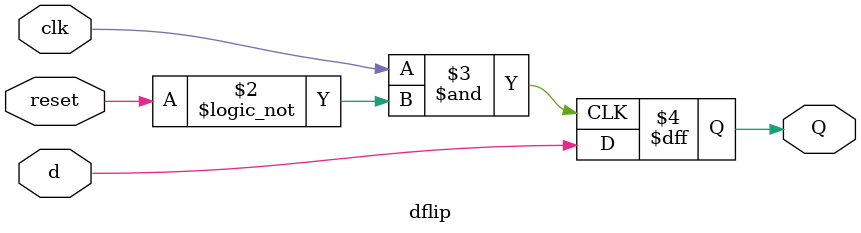
<source format=v>
`timescale 1ns / 1ps


module dflip(d,clk,reset,Q);
input d,clk,reset;
output reg Q;

always@(posedge clk & !reset)
    Q<=d;

endmodule
</source>
